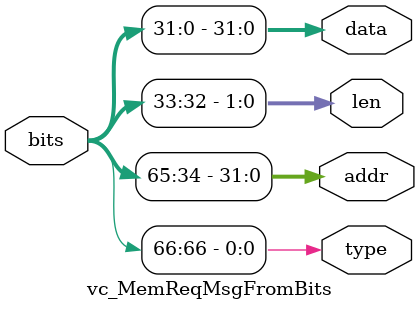
<source format=v>

`ifndef VC_MEM_REQ_MSG_V
`define VC_MEM_REQ_MSG_V


// Data field

`define VC_MEM_REQ_MSG_DATA_SZ( p_addr_sz, p_data_sz )                  \
  p_data_sz

`define VC_MEM_REQ_MSG_DATA_MSB( p_addr_sz, p_data_sz )                 \
  ( `VC_MEM_REQ_MSG_DATA_SZ( p_addr_sz, p_data_sz ) - 1 )

`define VC_MEM_REQ_MSG_DATA_FIELD( p_addr_sz, p_data_sz )               \
  (`VC_MEM_REQ_MSG_DATA_MSB( p_addr_sz, p_data_sz )):                   \
  0

// Length field

`define VC_MEM_REQ_MSG_LEN_SZ( p_addr_sz, p_data_sz )                   \
  ($clog2(p_data_sz/8))

`define VC_MEM_REQ_MSG_LEN_MSB( p_addr_sz, p_data_sz )                  \
  (   `VC_MEM_REQ_MSG_DATA_MSB( p_addr_sz, p_data_sz )                  \
    + `VC_MEM_REQ_MSG_LEN_SZ( p_addr_sz, p_data_sz ) )

`define VC_MEM_REQ_MSG_LEN_FIELD( p_addr_sz, p_data_sz )                \
  (`VC_MEM_REQ_MSG_LEN_MSB( p_addr_sz, p_data_sz )):                    \
  (`VC_MEM_REQ_MSG_DATA_MSB( p_addr_sz, p_data_sz ) + 1)

// Address field

`define VC_MEM_REQ_MSG_ADDR_SZ( p_addr_sz, p_data_sz )                  \
  p_addr_sz

`define VC_MEM_REQ_MSG_ADDR_MSB( p_addr_sz, p_data_sz )                 \
  (   `VC_MEM_REQ_MSG_LEN_MSB( p_addr_sz, p_data_sz )                   \
    + `VC_MEM_REQ_MSG_ADDR_SZ( p_addr_sz, p_data_sz ) )

`define VC_MEM_REQ_MSG_ADDR_FIELD( p_addr_sz, p_data_sz )               \
  (`VC_MEM_REQ_MSG_ADDR_MSB( p_addr_sz, p_data_sz )):                   \
  (`VC_MEM_REQ_MSG_LEN_MSB( p_addr_sz, p_data_sz ) + 1)

// Type field

`define VC_MEM_REQ_MSG_TYPE_SZ( p_addr_sz, p_data_sz ) 1
`define VC_MEM_REQ_MSG_TYPE_READ                       1'd0
`define VC_MEM_REQ_MSG_TYPE_WRITE                      1'd1

`define VC_MEM_REQ_MSG_TYPE_MSB( p_addr_sz, p_data_sz )                 \
  (   `VC_MEM_REQ_MSG_ADDR_MSB( p_addr_sz, p_data_sz )                  \
    + `VC_MEM_REQ_MSG_TYPE_SZ( p_addr_sz, p_data_sz ) )

`define VC_MEM_REQ_MSG_TYPE_FIELD( p_addr_sz, p_data_sz )               \
  (`VC_MEM_REQ_MSG_TYPE_MSB( p_addr_sz, p_data_sz )):                   \
  (`VC_MEM_REQ_MSG_ADDR_MSB( p_addr_sz, p_data_sz ) + 1)

// Total size of message

`define VC_MEM_REQ_MSG_SZ( p_addr_sz, p_data_sz )                       \
  (   `VC_MEM_REQ_MSG_TYPE_SZ( p_addr_sz, p_data_sz )                   \
    + `VC_MEM_REQ_MSG_ADDR_SZ( p_addr_sz, p_data_sz )                   \
    + `VC_MEM_REQ_MSG_LEN_SZ(  p_addr_sz, p_data_sz )                   \
    + `VC_MEM_REQ_MSG_DATA_SZ( p_addr_sz, p_data_sz ) )

//------------------------------------------------------------------------
// Convert message to bits
//------------------------------------------------------------------------

module vc_MemReqMsgToBits
#(
  parameter p_addr_sz = 32,
  parameter p_data_sz = 32
)(
  // Input message

  input [`VC_MEM_REQ_MSG_TYPE_SZ(p_addr_sz,p_data_sz)-1:0] type,
  input [`VC_MEM_REQ_MSG_ADDR_SZ(p_addr_sz,p_data_sz)-1:0] addr,
  input [`VC_MEM_REQ_MSG_LEN_SZ( p_addr_sz,p_data_sz)-1:0] len,
  input [`VC_MEM_REQ_MSG_DATA_SZ(p_addr_sz,p_data_sz)-1:0] data,

  // Output bits

  output [`VC_MEM_REQ_MSG_SZ(p_addr_sz,p_data_sz)-1:0] bits
);

  assign bits[`VC_MEM_REQ_MSG_TYPE_FIELD(p_addr_sz,p_data_sz)] = type;
  assign bits[`VC_MEM_REQ_MSG_ADDR_FIELD(p_addr_sz,p_data_sz)] = addr;
  assign bits[`VC_MEM_REQ_MSG_LEN_FIELD( p_addr_sz,p_data_sz)] = len;
  assign bits[`VC_MEM_REQ_MSG_DATA_FIELD(p_addr_sz,p_data_sz)] = data;

endmodule

//------------------------------------------------------------------------
// Convert message from bits
//------------------------------------------------------------------------

module vc_MemReqMsgFromBits
#(
  parameter p_addr_sz = 32,
  parameter p_data_sz = 32
)(
  // Input bits

  input [`VC_MEM_REQ_MSG_SZ(p_addr_sz,p_data_sz)-1:0] bits,

  // Output message

  output [`VC_MEM_REQ_MSG_TYPE_SZ(p_addr_sz,p_data_sz)-1:0] type,
  output [`VC_MEM_REQ_MSG_ADDR_SZ(p_addr_sz,p_data_sz)-1:0] addr,
  output [`VC_MEM_REQ_MSG_LEN_SZ( p_addr_sz,p_data_sz)-1:0] len,
  output [`VC_MEM_REQ_MSG_DATA_SZ(p_addr_sz,p_data_sz)-1:0] data
);

  assign type = bits[`VC_MEM_REQ_MSG_TYPE_FIELD(p_addr_sz,p_data_sz)];
  assign addr = bits[`VC_MEM_REQ_MSG_ADDR_FIELD(p_addr_sz,p_data_sz)];
  assign len  = bits[`VC_MEM_REQ_MSG_LEN_FIELD( p_addr_sz,p_data_sz)];
  assign data = bits[`VC_MEM_REQ_MSG_DATA_FIELD(p_addr_sz,p_data_sz)];

endmodule

//------------------------------------------------------------------------
// Convert message to string
//------------------------------------------------------------------------

`ifndef SYNTHESIS
module vc_MemReqMsgToStr
#(
  parameter p_addr_sz = 32,
  parameter p_data_sz = 32
)(
  input [`VC_MEM_REQ_MSG_SZ(p_addr_sz,p_data_sz)-1:0] msg
);

  // Extract fields

  wire [`VC_MEM_REQ_MSG_TYPE_SZ(p_addr_sz,p_data_sz)-1:0] type;
  wire [`VC_MEM_REQ_MSG_ADDR_SZ(p_addr_sz,p_data_sz)-1:0] addr;
  wire [`VC_MEM_REQ_MSG_LEN_SZ( p_addr_sz,p_data_sz)-1:0] len;
  wire [`VC_MEM_REQ_MSG_DATA_SZ(p_addr_sz,p_data_sz)-1:0] data;

  vc_MemReqMsgFromBits#(p_addr_sz,p_data_sz) mem_req_msg_from_bits
  (
    .bits (msg),
    .type (type),
    .addr (addr),
    .len  (len),
    .data (data)
  );

  // Short names

  localparam c_msg_sz = `VC_MEM_REQ_MSG_SZ(p_addr_sz,p_data_sz);
  localparam c_read   = `VC_MEM_REQ_MSG_TYPE_READ;
  localparam c_write  = `VC_MEM_REQ_MSG_TYPE_WRITE;

  // Full string sized for 14 characters

  reg [4*8-1:0]  addr_str;
  reg [1*8-1:0]  len_str;
  reg [4*8-1:0]  data_str;

  reg [14*8-1:0] full_str;
  always @(*) begin

    $sformat( addr_str, "%x", addr );
    $sformat( len_str,  "%x", len  );
    $sformat( data_str, "%x", data );

    if ( msg === {c_msg_sz{1'bx}} )
      $sformat( full_str, "x          ");
    else begin
      case ( type )
        c_read  : $sformat( full_str, "rd:%s:%s     ", addr_str, len_str );
        c_write : $sformat( full_str, "wr:%s:%s:%s", addr_str, len_str, data_str );
        default : $sformat( full_str, "undefined type" );
      endcase
    end

  end

  // Tiny string sized for 2 characters

  reg [2*8-1:0] tiny_str;
  always @(*) begin

    if ( msg === {c_msg_sz{1'bx}} )
      $sformat( tiny_str, "x ");
    else begin
      case ( type )
        c_read  : $sformat( tiny_str, "rd" );
        c_write : $sformat( tiny_str, "wr" );
        default : $sformat( tiny_str, "??" );
      endcase
    end

  end

endmodule
`endif /* SYNTHESIS */

`endif /* VC_MEM_REQ_MSG_V */


</source>
